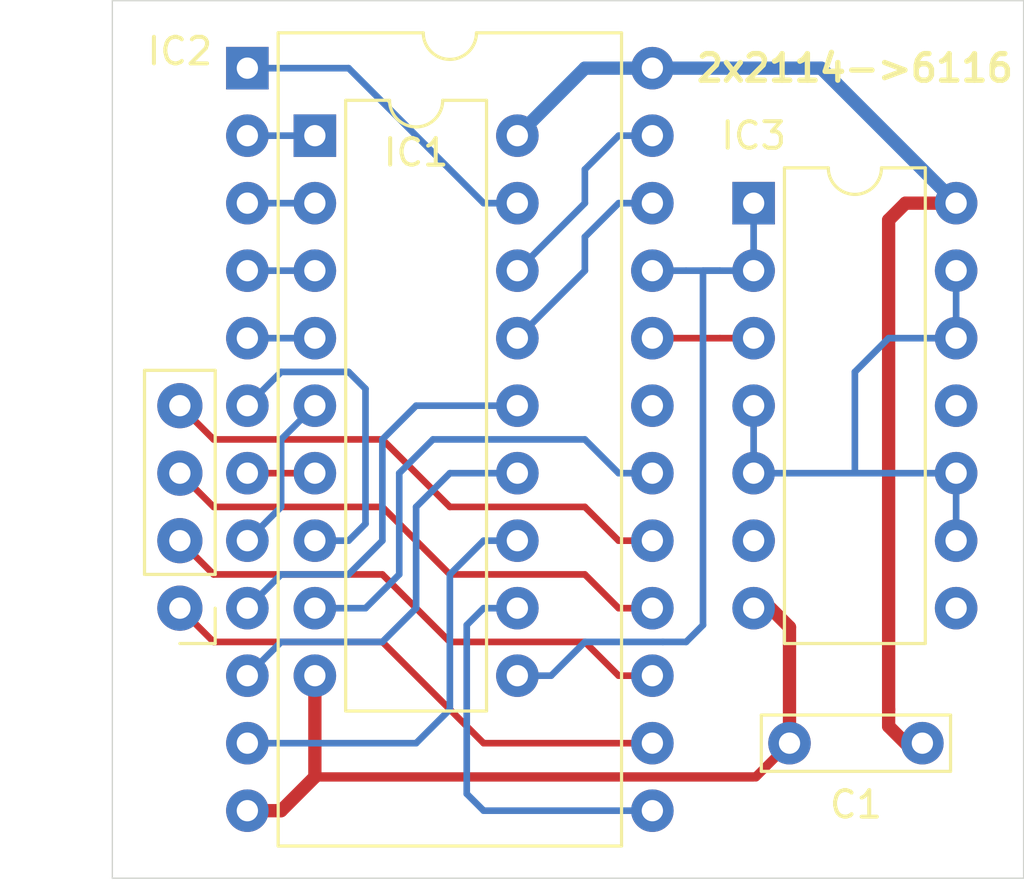
<source format=kicad_pcb>
(kicad_pcb (version 20171130) (host pcbnew "(5.1.4)-1")

  (general
    (thickness 1.6)
    (drawings 5)
    (tracks 116)
    (zones 0)
    (modules 5)
    (nets 29)
  )

  (page A4)
  (layers
    (0 F.Cu signal)
    (31 B.Cu signal)
    (32 B.Adhes user)
    (33 F.Adhes user)
    (34 B.Paste user)
    (35 F.Paste user)
    (36 B.SilkS user)
    (37 F.SilkS user)
    (38 B.Mask user)
    (39 F.Mask user)
    (40 Dwgs.User user)
    (41 Cmts.User user)
    (42 Eco1.User user)
    (43 Eco2.User user)
    (44 Edge.Cuts user)
    (45 Margin user)
    (46 B.CrtYd user)
    (47 F.CrtYd user)
    (48 B.Fab user)
    (49 F.Fab user)
  )

  (setup
    (last_trace_width 0.25)
    (trace_clearance 0.2)
    (zone_clearance 0.508)
    (zone_45_only no)
    (trace_min 0.2)
    (via_size 0.8)
    (via_drill 0.4)
    (via_min_size 0.4)
    (via_min_drill 0.3)
    (uvia_size 0.3)
    (uvia_drill 0.1)
    (uvias_allowed no)
    (uvia_min_size 0.2)
    (uvia_min_drill 0.1)
    (edge_width 0.05)
    (segment_width 0.2)
    (pcb_text_width 0.3)
    (pcb_text_size 1.5 1.5)
    (mod_edge_width 0.12)
    (mod_text_size 1 1)
    (mod_text_width 0.15)
    (pad_size 1.7 1.7)
    (pad_drill 0.8)
    (pad_to_mask_clearance 0.051)
    (solder_mask_min_width 0.25)
    (aux_axis_origin 0 0)
    (visible_elements 7FFFFFFF)
    (pcbplotparams
      (layerselection 0x010fc_ffffffff)
      (usegerberextensions false)
      (usegerberattributes false)
      (usegerberadvancedattributes false)
      (creategerberjobfile false)
      (excludeedgelayer true)
      (linewidth 0.100000)
      (plotframeref false)
      (viasonmask false)
      (mode 1)
      (useauxorigin false)
      (hpglpennumber 1)
      (hpglpenspeed 20)
      (hpglpendiameter 15.000000)
      (psnegative false)
      (psa4output false)
      (plotreference true)
      (plotvalue true)
      (plotinvisibletext false)
      (padsonsilk false)
      (subtractmaskfromsilk false)
      (outputformat 1)
      (mirror false)
      (drillshape 0)
      (scaleselection 1)
      (outputdirectory "C:/Users/Laurent/Documents/kicad/junior-computer/ram-adapter/out/"))
  )

  (net 0 "")
  (net 1 GND)
  (net 2 VCC)
  (net 3 "Net-(IC1-Pad17)")
  (net 4 "Net-(IC1-Pad8)")
  (net 5 "Net-(IC1-Pad16)")
  (net 6 "Net-(IC1-Pad7)")
  (net 7 "Net-(IC1-Pad15)")
  (net 8 "Net-(IC1-Pad6)")
  (net 9 "Net-(IC1-Pad14)")
  (net 10 "Net-(IC1-Pad5)")
  (net 11 "Net-(IC1-Pad13)")
  (net 12 "Net-(IC1-Pad4)")
  (net 13 "Net-(IC1-Pad12)")
  (net 14 "Net-(IC1-Pad3)")
  (net 15 "Net-(IC1-Pad11)")
  (net 16 "Net-(IC1-Pad2)")
  (net 17 "Net-(IC1-Pad10)")
  (net 18 "Net-(IC1-Pad1)")
  (net 19 "Net-(IC2-Pad20)")
  (net 20 "Net-(IC2-Pad19)")
  (net 21 "Net-(IC2-Pad17)")
  (net 22 "Net-(IC2-Pad16)")
  (net 23 "Net-(IC2-Pad15)")
  (net 24 "Net-(IC2-Pad14)")
  (net 25 "Net-(U1-Pad10)")
  (net 26 "Net-(U1-Pad6)")
  (net 27 "Net-(U1-Pad11)")
  (net 28 "Net-(U1-Pad8)")

  (net_class Default "Ceci est la Netclass par défaut."
    (clearance 0.2)
    (trace_width 0.25)
    (via_dia 0.8)
    (via_drill 0.4)
    (uvia_dia 0.3)
    (uvia_drill 0.1)
    (add_net GND)
    (add_net "Net-(IC1-Pad1)")
    (add_net "Net-(IC1-Pad10)")
    (add_net "Net-(IC1-Pad11)")
    (add_net "Net-(IC1-Pad12)")
    (add_net "Net-(IC1-Pad13)")
    (add_net "Net-(IC1-Pad14)")
    (add_net "Net-(IC1-Pad15)")
    (add_net "Net-(IC1-Pad16)")
    (add_net "Net-(IC1-Pad17)")
    (add_net "Net-(IC1-Pad2)")
    (add_net "Net-(IC1-Pad3)")
    (add_net "Net-(IC1-Pad4)")
    (add_net "Net-(IC1-Pad5)")
    (add_net "Net-(IC1-Pad6)")
    (add_net "Net-(IC1-Pad7)")
    (add_net "Net-(IC1-Pad8)")
    (add_net "Net-(IC2-Pad14)")
    (add_net "Net-(IC2-Pad15)")
    (add_net "Net-(IC2-Pad16)")
    (add_net "Net-(IC2-Pad17)")
    (add_net "Net-(IC2-Pad19)")
    (add_net "Net-(IC2-Pad20)")
    (add_net "Net-(U1-Pad10)")
    (add_net "Net-(U1-Pad11)")
    (add_net "Net-(U1-Pad6)")
    (add_net "Net-(U1-Pad8)")
    (add_net VCC)
  )

  (module Housings_DIP:DIP-24_W15.24mm (layer F.Cu) (tedit 59C78D6C) (tstamp 5F842737)
    (at 99.06 54.61)
    (descr "24-lead though-hole mounted DIP package, row spacing 15.24 mm (600 mils)")
    (tags "THT DIP DIL PDIP 2.54mm 15.24mm 600mil")
    (path /5F96500F)
    (fp_text reference IC2 (at -2.54 -0.635) (layer F.SilkS)
      (effects (font (size 1 1) (thickness 0.15)))
    )
    (fp_text value 6116 (at 7.62 30.27) (layer F.Fab)
      (effects (font (size 1 1) (thickness 0.15)))
    )
    (fp_text user %R (at 7.62 13.97) (layer F.Fab)
      (effects (font (size 1 1) (thickness 0.15)))
    )
    (fp_line (start 16.3 -1.55) (end -1.05 -1.55) (layer F.CrtYd) (width 0.05))
    (fp_line (start 16.3 29.5) (end 16.3 -1.55) (layer F.CrtYd) (width 0.05))
    (fp_line (start -1.05 29.5) (end 16.3 29.5) (layer F.CrtYd) (width 0.05))
    (fp_line (start -1.05 -1.55) (end -1.05 29.5) (layer F.CrtYd) (width 0.05))
    (fp_line (start 14.08 -1.33) (end 8.62 -1.33) (layer F.SilkS) (width 0.12))
    (fp_line (start 14.08 29.27) (end 14.08 -1.33) (layer F.SilkS) (width 0.12))
    (fp_line (start 1.16 29.27) (end 14.08 29.27) (layer F.SilkS) (width 0.12))
    (fp_line (start 1.16 -1.33) (end 1.16 29.27) (layer F.SilkS) (width 0.12))
    (fp_line (start 6.62 -1.33) (end 1.16 -1.33) (layer F.SilkS) (width 0.12))
    (fp_line (start 0.255 -0.27) (end 1.255 -1.27) (layer F.Fab) (width 0.1))
    (fp_line (start 0.255 29.21) (end 0.255 -0.27) (layer F.Fab) (width 0.1))
    (fp_line (start 14.985 29.21) (end 0.255 29.21) (layer F.Fab) (width 0.1))
    (fp_line (start 14.985 -1.27) (end 14.985 29.21) (layer F.Fab) (width 0.1))
    (fp_line (start 1.255 -1.27) (end 14.985 -1.27) (layer F.Fab) (width 0.1))
    (fp_arc (start 7.62 -1.33) (end 6.62 -1.33) (angle -180) (layer F.SilkS) (width 0.12))
    (pad 24 thru_hole oval (at 15.24 0) (size 1.6 1.6) (drill 0.8) (layers *.Cu *.Mask)
      (net 2 VCC))
    (pad 12 thru_hole oval (at 0 27.94) (size 1.6 1.6) (drill 0.8) (layers *.Cu *.Mask)
      (net 1 GND))
    (pad 23 thru_hole oval (at 15.24 2.54) (size 1.6 1.6) (drill 0.8) (layers *.Cu *.Mask)
      (net 5 "Net-(IC1-Pad16)"))
    (pad 11 thru_hole oval (at 0 25.4) (size 1.6 1.6) (drill 0.8) (layers *.Cu *.Mask)
      (net 13 "Net-(IC1-Pad12)"))
    (pad 22 thru_hole oval (at 15.24 5.08) (size 1.6 1.6) (drill 0.8) (layers *.Cu *.Mask)
      (net 7 "Net-(IC1-Pad15)"))
    (pad 10 thru_hole oval (at 0 22.86) (size 1.6 1.6) (drill 0.8) (layers *.Cu *.Mask)
      (net 11 "Net-(IC1-Pad13)"))
    (pad 21 thru_hole oval (at 15.24 7.62) (size 1.6 1.6) (drill 0.8) (layers *.Cu *.Mask)
      (net 17 "Net-(IC1-Pad10)"))
    (pad 9 thru_hole oval (at 0 20.32) (size 1.6 1.6) (drill 0.8) (layers *.Cu *.Mask)
      (net 9 "Net-(IC1-Pad14)"))
    (pad 20 thru_hole oval (at 15.24 10.16) (size 1.6 1.6) (drill 0.8) (layers *.Cu *.Mask)
      (net 19 "Net-(IC2-Pad20)"))
    (pad 8 thru_hole oval (at 0 17.78) (size 1.6 1.6) (drill 0.8) (layers *.Cu *.Mask)
      (net 10 "Net-(IC1-Pad5)"))
    (pad 19 thru_hole oval (at 15.24 12.7) (size 1.6 1.6) (drill 0.8) (layers *.Cu *.Mask)
      (net 20 "Net-(IC2-Pad19)"))
    (pad 7 thru_hole oval (at 0 15.24) (size 1.6 1.6) (drill 0.8) (layers *.Cu *.Mask)
      (net 8 "Net-(IC1-Pad6)"))
    (pad 18 thru_hole oval (at 15.24 15.24) (size 1.6 1.6) (drill 0.8) (layers *.Cu *.Mask)
      (net 4 "Net-(IC1-Pad8)"))
    (pad 6 thru_hole oval (at 0 12.7) (size 1.6 1.6) (drill 0.8) (layers *.Cu *.Mask)
      (net 6 "Net-(IC1-Pad7)"))
    (pad 17 thru_hole oval (at 15.24 17.78) (size 1.6 1.6) (drill 0.8) (layers *.Cu *.Mask)
      (net 21 "Net-(IC2-Pad17)"))
    (pad 5 thru_hole oval (at 0 10.16) (size 1.6 1.6) (drill 0.8) (layers *.Cu *.Mask)
      (net 12 "Net-(IC1-Pad4)"))
    (pad 16 thru_hole oval (at 15.24 20.32) (size 1.6 1.6) (drill 0.8) (layers *.Cu *.Mask)
      (net 22 "Net-(IC2-Pad16)"))
    (pad 4 thru_hole oval (at 0 7.62) (size 1.6 1.6) (drill 0.8) (layers *.Cu *.Mask)
      (net 14 "Net-(IC1-Pad3)"))
    (pad 15 thru_hole oval (at 15.24 22.86) (size 1.6 1.6) (drill 0.8) (layers *.Cu *.Mask)
      (net 23 "Net-(IC2-Pad15)"))
    (pad 3 thru_hole oval (at 0 5.08) (size 1.6 1.6) (drill 0.8) (layers *.Cu *.Mask)
      (net 16 "Net-(IC1-Pad2)"))
    (pad 14 thru_hole oval (at 15.24 25.4) (size 1.6 1.6) (drill 0.8) (layers *.Cu *.Mask)
      (net 24 "Net-(IC2-Pad14)"))
    (pad 2 thru_hole oval (at 0 2.54) (size 1.6 1.6) (drill 0.8) (layers *.Cu *.Mask)
      (net 18 "Net-(IC1-Pad1)"))
    (pad 13 thru_hole oval (at 15.24 27.94) (size 1.6 1.6) (drill 0.8) (layers *.Cu *.Mask)
      (net 15 "Net-(IC1-Pad11)"))
    (pad 1 thru_hole rect (at 0 0) (size 1.6 1.6) (drill 0.8) (layers *.Cu *.Mask)
      (net 3 "Net-(IC1-Pad17)"))
    (model ${KISYS3DMOD}/Housings_DIP.3dshapes/DIP-24_W15.24mm.wrl
      (at (xyz 0 0 0))
      (scale (xyz 1 1 1))
      (rotate (xyz 0 0 0))
    )
  )

  (module Capacitors_THT:C_Rect_L7.0mm_W2.0mm_P5.00mm (layer F.Cu) (tedit 597BC7C2) (tstamp 5F8423E5)
    (at 124.46 80.01 180)
    (descr "C, Rect series, Radial, pin pitch=5.00mm, , length*width=7*2mm^2, Capacitor")
    (tags "C Rect series Radial pin pitch 5.00mm  length 7mm width 2mm Capacitor")
    (path /5F98A069)
    (fp_text reference C1 (at 2.5 -2.31) (layer F.SilkS)
      (effects (font (size 1 1) (thickness 0.15)))
    )
    (fp_text value 100nf (at 2.5 2.31) (layer F.Fab)
      (effects (font (size 1 1) (thickness 0.15)))
    )
    (fp_text user %R (at 2.5 0) (layer F.Fab)
      (effects (font (size 1 1) (thickness 0.15)))
    )
    (fp_line (start 6.35 -1.35) (end -1.35 -1.35) (layer F.CrtYd) (width 0.05))
    (fp_line (start 6.35 1.35) (end 6.35 -1.35) (layer F.CrtYd) (width 0.05))
    (fp_line (start -1.35 1.35) (end 6.35 1.35) (layer F.CrtYd) (width 0.05))
    (fp_line (start -1.35 -1.35) (end -1.35 1.35) (layer F.CrtYd) (width 0.05))
    (fp_line (start 6.06 -1.06) (end 6.06 1.06) (layer F.SilkS) (width 0.12))
    (fp_line (start -1.06 -1.06) (end -1.06 1.06) (layer F.SilkS) (width 0.12))
    (fp_line (start -1.06 1.06) (end 6.06 1.06) (layer F.SilkS) (width 0.12))
    (fp_line (start -1.06 -1.06) (end 6.06 -1.06) (layer F.SilkS) (width 0.12))
    (fp_line (start 6 -1) (end -1 -1) (layer F.Fab) (width 0.1))
    (fp_line (start 6 1) (end 6 -1) (layer F.Fab) (width 0.1))
    (fp_line (start -1 1) (end 6 1) (layer F.Fab) (width 0.1))
    (fp_line (start -1 -1) (end -1 1) (layer F.Fab) (width 0.1))
    (pad 2 thru_hole circle (at 5 0 180) (size 1.6 1.6) (drill 0.8) (layers *.Cu *.Mask)
      (net 1 GND))
    (pad 1 thru_hole circle (at 0 0 180) (size 1.6 1.6) (drill 0.8) (layers *.Cu *.Mask)
      (net 2 VCC))
    (model ${KISYS3DMOD}/Capacitors_THT.3dshapes/C_Rect_L7.0mm_W2.0mm_P5.00mm.wrl
      (at (xyz 0 0 0))
      (scale (xyz 1 1 1))
      (rotate (xyz 0 0 0))
    )
  )

  (module Pin_Headers:Pin_Header_Straight_1x04_Pitch2.54mm (layer F.Cu) (tedit 5F82EA61) (tstamp 5F84244F)
    (at 96.52 74.93 180)
    (descr "Through hole straight pin header, 1x04, 2.54mm pitch, single row")
    (tags "Through hole pin header THT 1x04 2.54mm single row")
    (path /5F975DE1)
    (fp_text reference J1 (at 0 -2.33) (layer F.SilkS) hide
      (effects (font (size 1 1) (thickness 0.15)))
    )
    (fp_text value Conn_01x04_Male (at 0 9.95) (layer F.Fab)
      (effects (font (size 1 1) (thickness 0.15)))
    )
    (fp_text user %R (at 0 3.81 90) (layer F.Fab)
      (effects (font (size 1 1) (thickness 0.15)))
    )
    (fp_line (start 1.8 -1.8) (end -1.8 -1.8) (layer F.CrtYd) (width 0.05))
    (fp_line (start 1.8 9.4) (end 1.8 -1.8) (layer F.CrtYd) (width 0.05))
    (fp_line (start -1.8 9.4) (end 1.8 9.4) (layer F.CrtYd) (width 0.05))
    (fp_line (start -1.8 -1.8) (end -1.8 9.4) (layer F.CrtYd) (width 0.05))
    (fp_line (start -1.33 -1.33) (end 0 -1.33) (layer F.SilkS) (width 0.12))
    (fp_line (start -1.33 0) (end -1.33 -1.33) (layer F.SilkS) (width 0.12))
    (fp_line (start -1.33 1.27) (end 1.33 1.27) (layer F.SilkS) (width 0.12))
    (fp_line (start 1.33 1.27) (end 1.33 8.95) (layer F.SilkS) (width 0.12))
    (fp_line (start -1.33 1.27) (end -1.33 8.95) (layer F.SilkS) (width 0.12))
    (fp_line (start -1.33 8.95) (end 1.33 8.95) (layer F.SilkS) (width 0.12))
    (fp_line (start -1.27 -0.635) (end -0.635 -1.27) (layer F.Fab) (width 0.1))
    (fp_line (start -1.27 8.89) (end -1.27 -0.635) (layer F.Fab) (width 0.1))
    (fp_line (start 1.27 8.89) (end -1.27 8.89) (layer F.Fab) (width 0.1))
    (fp_line (start 1.27 -1.27) (end 1.27 8.89) (layer F.Fab) (width 0.1))
    (fp_line (start -0.635 -1.27) (end 1.27 -1.27) (layer F.Fab) (width 0.1))
    (pad 4 thru_hole oval (at 0 7.62 180) (size 1.7 1.7) (drill 0.8) (layers *.Cu *.Mask)
      (net 21 "Net-(IC2-Pad17)"))
    (pad 3 thru_hole oval (at 0 5.08 180) (size 1.7 1.7) (drill 0.8) (layers *.Cu *.Mask)
      (net 22 "Net-(IC2-Pad16)"))
    (pad 2 thru_hole oval (at 0 2.54 180) (size 1.7 1.7) (drill 0.8) (layers *.Cu *.Mask)
      (net 23 "Net-(IC2-Pad15)"))
    (pad 1 thru_hole circle (at 0 0 180) (size 1.7 1.7) (drill 0.8) (layers *.Cu *.Mask)
      (net 24 "Net-(IC2-Pad14)"))
    (model ${KISYS3DMOD}/Pin_Headers.3dshapes/Pin_Header_Straight_1x04_Pitch2.54mm.wrl
      (at (xyz 0 0 0))
      (scale (xyz 1 1 1))
      (rotate (xyz 0 0 0))
    )
  )

  (module Housings_DIP:DIP-18_W7.62mm (layer F.Cu) (tedit 59C78D6B) (tstamp 5F842712)
    (at 101.6 57.15)
    (descr "18-lead though-hole mounted DIP package, row spacing 7.62 mm (300 mils)")
    (tags "THT DIP DIL PDIP 2.54mm 7.62mm 300mil")
    (path /5F961FCD)
    (fp_text reference IC1 (at 3.81 0.635) (layer F.SilkS)
      (effects (font (size 1 1) (thickness 0.15)))
    )
    (fp_text value 2114 (at 3.81 22.65) (layer F.Fab)
      (effects (font (size 1 1) (thickness 0.15)))
    )
    (fp_text user %R (at 3.81 10.16) (layer F.Fab)
      (effects (font (size 1 1) (thickness 0.15)))
    )
    (fp_line (start 8.7 -1.55) (end -1.1 -1.55) (layer F.CrtYd) (width 0.05))
    (fp_line (start 8.7 21.85) (end 8.7 -1.55) (layer F.CrtYd) (width 0.05))
    (fp_line (start -1.1 21.85) (end 8.7 21.85) (layer F.CrtYd) (width 0.05))
    (fp_line (start -1.1 -1.55) (end -1.1 21.85) (layer F.CrtYd) (width 0.05))
    (fp_line (start 6.46 -1.33) (end 4.81 -1.33) (layer F.SilkS) (width 0.12))
    (fp_line (start 6.46 21.65) (end 6.46 -1.33) (layer F.SilkS) (width 0.12))
    (fp_line (start 1.16 21.65) (end 6.46 21.65) (layer F.SilkS) (width 0.12))
    (fp_line (start 1.16 -1.33) (end 1.16 21.65) (layer F.SilkS) (width 0.12))
    (fp_line (start 2.81 -1.33) (end 1.16 -1.33) (layer F.SilkS) (width 0.12))
    (fp_line (start 0.635 -0.27) (end 1.635 -1.27) (layer F.Fab) (width 0.1))
    (fp_line (start 0.635 21.59) (end 0.635 -0.27) (layer F.Fab) (width 0.1))
    (fp_line (start 6.985 21.59) (end 0.635 21.59) (layer F.Fab) (width 0.1))
    (fp_line (start 6.985 -1.27) (end 6.985 21.59) (layer F.Fab) (width 0.1))
    (fp_line (start 1.635 -1.27) (end 6.985 -1.27) (layer F.Fab) (width 0.1))
    (fp_arc (start 3.81 -1.33) (end 2.81 -1.33) (angle -180) (layer F.SilkS) (width 0.12))
    (pad 18 thru_hole oval (at 7.62 0) (size 1.6 1.6) (drill 0.8) (layers *.Cu *.Mask)
      (net 2 VCC))
    (pad 9 thru_hole oval (at 0 20.32) (size 1.6 1.6) (drill 0.8) (layers *.Cu *.Mask)
      (net 1 GND))
    (pad 17 thru_hole oval (at 7.62 2.54) (size 1.6 1.6) (drill 0.8) (layers *.Cu *.Mask)
      (net 3 "Net-(IC1-Pad17)"))
    (pad 8 thru_hole oval (at 0 17.78) (size 1.6 1.6) (drill 0.8) (layers *.Cu *.Mask)
      (net 4 "Net-(IC1-Pad8)"))
    (pad 16 thru_hole oval (at 7.62 5.08) (size 1.6 1.6) (drill 0.8) (layers *.Cu *.Mask)
      (net 5 "Net-(IC1-Pad16)"))
    (pad 7 thru_hole oval (at 0 15.24) (size 1.6 1.6) (drill 0.8) (layers *.Cu *.Mask)
      (net 6 "Net-(IC1-Pad7)"))
    (pad 15 thru_hole oval (at 7.62 7.62) (size 1.6 1.6) (drill 0.8) (layers *.Cu *.Mask)
      (net 7 "Net-(IC1-Pad15)"))
    (pad 6 thru_hole oval (at 0 12.7) (size 1.6 1.6) (drill 0.8) (layers *.Cu *.Mask)
      (net 8 "Net-(IC1-Pad6)"))
    (pad 14 thru_hole oval (at 7.62 10.16) (size 1.6 1.6) (drill 0.8) (layers *.Cu *.Mask)
      (net 9 "Net-(IC1-Pad14)"))
    (pad 5 thru_hole oval (at 0 10.16) (size 1.6 1.6) (drill 0.8) (layers *.Cu *.Mask)
      (net 10 "Net-(IC1-Pad5)"))
    (pad 13 thru_hole oval (at 7.62 12.7) (size 1.6 1.6) (drill 0.8) (layers *.Cu *.Mask)
      (net 11 "Net-(IC1-Pad13)"))
    (pad 4 thru_hole oval (at 0 7.62) (size 1.6 1.6) (drill 0.8) (layers *.Cu *.Mask)
      (net 12 "Net-(IC1-Pad4)"))
    (pad 12 thru_hole oval (at 7.62 15.24) (size 1.6 1.6) (drill 0.8) (layers *.Cu *.Mask)
      (net 13 "Net-(IC1-Pad12)"))
    (pad 3 thru_hole oval (at 0 5.08) (size 1.6 1.6) (drill 0.8) (layers *.Cu *.Mask)
      (net 14 "Net-(IC1-Pad3)"))
    (pad 11 thru_hole oval (at 7.62 17.78) (size 1.6 1.6) (drill 0.8) (layers *.Cu *.Mask)
      (net 15 "Net-(IC1-Pad11)"))
    (pad 2 thru_hole oval (at 0 2.54) (size 1.6 1.6) (drill 0.8) (layers *.Cu *.Mask)
      (net 16 "Net-(IC1-Pad2)"))
    (pad 10 thru_hole oval (at 7.62 20.32) (size 1.6 1.6) (drill 0.8) (layers *.Cu *.Mask)
      (net 17 "Net-(IC1-Pad10)"))
    (pad 1 thru_hole rect (at 0 0) (size 1.6 1.6) (drill 0.8) (layers *.Cu *.Mask)
      (net 18 "Net-(IC1-Pad1)"))
    (model ${KISYS3DMOD}/Housings_DIP.3dshapes/DIP-18_W7.62mm.wrl
      (at (xyz 0 0 0))
      (scale (xyz 1 1 1))
      (rotate (xyz 0 0 0))
    )
  )

  (module Housings_DIP:DIP-14_W7.62mm (layer F.Cu) (tedit 59C78D6B) (tstamp 5F842762)
    (at 118.11 59.69)
    (descr "14-lead though-hole mounted DIP package, row spacing 7.62 mm (300 mils)")
    (tags "THT DIP DIL PDIP 2.54mm 7.62mm 300mil")
    (path /5F96FFEA)
    (fp_text reference IC3 (at 0 -2.54) (layer F.SilkS)
      (effects (font (size 1 1) (thickness 0.15)))
    )
    (fp_text value 74LS00 (at 3.81 17.57) (layer F.Fab)
      (effects (font (size 1 1) (thickness 0.15)))
    )
    (fp_text user %R (at 3.81 7.62) (layer F.Fab)
      (effects (font (size 1 1) (thickness 0.15)))
    )
    (fp_line (start 8.7 -1.55) (end -1.1 -1.55) (layer F.CrtYd) (width 0.05))
    (fp_line (start 8.7 16.8) (end 8.7 -1.55) (layer F.CrtYd) (width 0.05))
    (fp_line (start -1.1 16.8) (end 8.7 16.8) (layer F.CrtYd) (width 0.05))
    (fp_line (start -1.1 -1.55) (end -1.1 16.8) (layer F.CrtYd) (width 0.05))
    (fp_line (start 6.46 -1.33) (end 4.81 -1.33) (layer F.SilkS) (width 0.12))
    (fp_line (start 6.46 16.57) (end 6.46 -1.33) (layer F.SilkS) (width 0.12))
    (fp_line (start 1.16 16.57) (end 6.46 16.57) (layer F.SilkS) (width 0.12))
    (fp_line (start 1.16 -1.33) (end 1.16 16.57) (layer F.SilkS) (width 0.12))
    (fp_line (start 2.81 -1.33) (end 1.16 -1.33) (layer F.SilkS) (width 0.12))
    (fp_line (start 0.635 -0.27) (end 1.635 -1.27) (layer F.Fab) (width 0.1))
    (fp_line (start 0.635 16.51) (end 0.635 -0.27) (layer F.Fab) (width 0.1))
    (fp_line (start 6.985 16.51) (end 0.635 16.51) (layer F.Fab) (width 0.1))
    (fp_line (start 6.985 -1.27) (end 6.985 16.51) (layer F.Fab) (width 0.1))
    (fp_line (start 1.635 -1.27) (end 6.985 -1.27) (layer F.Fab) (width 0.1))
    (fp_arc (start 3.81 -1.33) (end 2.81 -1.33) (angle -180) (layer F.SilkS) (width 0.12))
    (pad 14 thru_hole oval (at 7.62 0) (size 1.6 1.6) (drill 0.8) (layers *.Cu *.Mask)
      (net 2 VCC))
    (pad 7 thru_hole oval (at 0 15.24) (size 1.6 1.6) (drill 0.8) (layers *.Cu *.Mask)
      (net 1 GND))
    (pad 13 thru_hole oval (at 7.62 2.54) (size 1.6 1.6) (drill 0.8) (layers *.Cu *.Mask)
      (net 25 "Net-(U1-Pad10)"))
    (pad 6 thru_hole oval (at 0 12.7) (size 1.6 1.6) (drill 0.8) (layers *.Cu *.Mask)
      (net 26 "Net-(U1-Pad6)"))
    (pad 12 thru_hole oval (at 7.62 5.08) (size 1.6 1.6) (drill 0.8) (layers *.Cu *.Mask)
      (net 25 "Net-(U1-Pad10)"))
    (pad 5 thru_hole oval (at 0 10.16) (size 1.6 1.6) (drill 0.8) (layers *.Cu *.Mask)
      (net 25 "Net-(U1-Pad10)"))
    (pad 11 thru_hole oval (at 7.62 7.62) (size 1.6 1.6) (drill 0.8) (layers *.Cu *.Mask)
      (net 27 "Net-(U1-Pad11)"))
    (pad 4 thru_hole oval (at 0 7.62) (size 1.6 1.6) (drill 0.8) (layers *.Cu *.Mask)
      (net 25 "Net-(U1-Pad10)"))
    (pad 10 thru_hole oval (at 7.62 10.16) (size 1.6 1.6) (drill 0.8) (layers *.Cu *.Mask)
      (net 25 "Net-(U1-Pad10)"))
    (pad 3 thru_hole oval (at 0 5.08) (size 1.6 1.6) (drill 0.8) (layers *.Cu *.Mask)
      (net 19 "Net-(IC2-Pad20)"))
    (pad 9 thru_hole oval (at 7.62 12.7) (size 1.6 1.6) (drill 0.8) (layers *.Cu *.Mask)
      (net 25 "Net-(U1-Pad10)"))
    (pad 2 thru_hole oval (at 0 2.54) (size 1.6 1.6) (drill 0.8) (layers *.Cu *.Mask)
      (net 17 "Net-(IC1-Pad10)"))
    (pad 8 thru_hole oval (at 7.62 15.24) (size 1.6 1.6) (drill 0.8) (layers *.Cu *.Mask)
      (net 28 "Net-(U1-Pad8)"))
    (pad 1 thru_hole rect (at 0 0) (size 1.6 1.6) (drill 0.8) (layers *.Cu *.Mask)
      (net 17 "Net-(IC1-Pad10)"))
    (model ${KISYS3DMOD}/Housings_DIP.3dshapes/DIP-14_W7.62mm.wrl
      (at (xyz 0 0 0))
      (scale (xyz 1 1 1))
      (rotate (xyz 0 0 0))
    )
  )

  (gr_text 2x2114->6116 (at 121.92 54.61) (layer F.SilkS)
    (effects (font (size 1 1) (thickness 0.2)))
  )
  (gr_line (start 128.27 52.07) (end 128.27 85.09) (layer Edge.Cuts) (width 0.05) (tstamp 5F842B78))
  (gr_line (start 93.98 52.07) (end 128.27 52.07) (layer Edge.Cuts) (width 0.05))
  (gr_line (start 93.98 85.09) (end 93.98 52.07) (layer Edge.Cuts) (width 0.05))
  (gr_line (start 128.27 85.09) (end 93.98 85.09) (layer Edge.Cuts) (width 0.05))

  (segment (start 101.6 81.28) (end 101.6 77.47) (width 0.5) (layer F.Cu) (net 1))
  (segment (start 99.06 82.55) (end 100.33 82.55) (width 0.5) (layer F.Cu) (net 1))
  (segment (start 100.33 82.55) (end 101.6 81.28) (width 0.5) (layer F.Cu) (net 1))
  (segment (start 118.11 81.28) (end 101.6 81.28) (width 0.35) (layer F.Cu) (net 1))
  (segment (start 118.19 81.28) (end 119.46 80.01) (width 0.35) (layer F.Cu) (net 1))
  (segment (start 118.11 81.28) (end 118.19 81.28) (width 0.25) (layer F.Cu) (net 1))
  (segment (start 119.46 80.01) (end 119.46 75.645) (width 0.5) (layer F.Cu) (net 1))
  (segment (start 119.46 75.645) (end 118.745 74.93) (width 0.5) (layer F.Cu) (net 1))
  (segment (start 118.745 74.93) (end 118.11 74.93) (width 0.25) (layer F.Cu) (net 1))
  (segment (start 114.3 54.61) (end 111.76 54.61) (width 0.5) (layer B.Cu) (net 2))
  (segment (start 111.76 54.61) (end 109.22 57.15) (width 0.5) (layer B.Cu) (net 2))
  (segment (start 120.65 54.61) (end 125.73 59.69) (width 0.5) (layer B.Cu) (net 2))
  (segment (start 114.3 54.61) (end 119.38 54.61) (width 0.5) (layer B.Cu) (net 2))
  (segment (start 123.19 60.325) (end 123.19 78.74) (width 0.5) (layer F.Cu) (net 2))
  (segment (start 125.73 59.69) (end 123.825 59.69) (width 0.5) (layer F.Cu) (net 2))
  (segment (start 123.825 59.69) (end 123.19 60.325) (width 0.5) (layer F.Cu) (net 2))
  (segment (start 123.19 78.74) (end 123.19 79.375) (width 0.5) (layer F.Cu) (net 2))
  (segment (start 123.19 79.375) (end 123.825 80.01) (width 0.5) (layer F.Cu) (net 2))
  (segment (start 119.38 54.61) (end 120.65 54.61) (width 0.5) (layer B.Cu) (net 2))
  (segment (start 99.06 54.61) (end 102.87 54.61) (width 0.25) (layer B.Cu) (net 3))
  (segment (start 102.87 54.61) (end 107.95 59.69) (width 0.25) (layer B.Cu) (net 3))
  (segment (start 107.95 59.69) (end 109.22 59.69) (width 0.25) (layer B.Cu) (net 3))
  (segment (start 101.6 74.93) (end 103.505 74.93) (width 0.25) (layer B.Cu) (net 4))
  (segment (start 103.505 74.93) (end 104.775 73.66) (width 0.25) (layer B.Cu) (net 4))
  (segment (start 104.775 73.66) (end 104.775 69.85) (width 0.25) (layer B.Cu) (net 4))
  (segment (start 104.775 69.85) (end 106.045 68.58) (width 0.25) (layer B.Cu) (net 4))
  (segment (start 106.045 68.58) (end 111.76 68.58) (width 0.25) (layer B.Cu) (net 4))
  (segment (start 111.76 68.58) (end 113.03 69.85) (width 0.25) (layer B.Cu) (net 4))
  (segment (start 113.03 69.85) (end 114.3 69.85) (width 0.25) (layer B.Cu) (net 4))
  (segment (start 114.3 57.15) (end 113.03 57.15) (width 0.25) (layer B.Cu) (net 5))
  (segment (start 111.76 59.69) (end 111.76 58.42) (width 0.25) (layer B.Cu) (net 5))
  (segment (start 111.76 59.69) (end 109.22 62.23) (width 0.25) (layer B.Cu) (net 5))
  (segment (start 111.76 58.42) (end 113.03 57.15) (width 0.25) (layer B.Cu) (net 5))
  (segment (start 100.33 66.04) (end 99.06 67.31) (width 0.25) (layer B.Cu) (net 6))
  (segment (start 102.87 66.04) (end 100.33 66.04) (width 0.25) (layer B.Cu) (net 6))
  (segment (start 103.505 66.675) (end 102.87 66.04) (width 0.25) (layer B.Cu) (net 6))
  (segment (start 103.505 71.755) (end 103.505 66.675) (width 0.25) (layer B.Cu) (net 6))
  (segment (start 101.6 72.39) (end 102.87 72.39) (width 0.25) (layer B.Cu) (net 6))
  (segment (start 102.87 72.39) (end 103.505 71.755) (width 0.25) (layer B.Cu) (net 6))
  (segment (start 114.3 59.69) (end 113.03 59.69) (width 0.25) (layer B.Cu) (net 7))
  (segment (start 113.03 59.69) (end 111.76 60.96) (width 0.25) (layer B.Cu) (net 7))
  (segment (start 111.76 60.96) (end 111.76 62.23) (width 0.25) (layer B.Cu) (net 7))
  (segment (start 111.76 62.23) (end 109.22 64.77) (width 0.25) (layer B.Cu) (net 7))
  (segment (start 101.6 69.85) (end 99.06 69.85) (width 0.25) (layer F.Cu) (net 8))
  (segment (start 105.41 67.31) (end 109.22 67.31) (width 0.25) (layer B.Cu) (net 9))
  (segment (start 104.14 68.58) (end 105.41 67.31) (width 0.25) (layer B.Cu) (net 9))
  (segment (start 104.14 72.39) (end 104.14 68.58) (width 0.25) (layer B.Cu) (net 9))
  (segment (start 102.87 73.66) (end 104.14 72.39) (width 0.25) (layer B.Cu) (net 9))
  (segment (start 99.06 74.93) (end 100.33 73.66) (width 0.25) (layer B.Cu) (net 9))
  (segment (start 100.33 73.66) (end 102.87 73.66) (width 0.25) (layer B.Cu) (net 9))
  (segment (start 101.6 67.31) (end 100.33 68.58) (width 0.25) (layer B.Cu) (net 10))
  (segment (start 100.33 68.58) (end 100.33 71.12) (width 0.25) (layer B.Cu) (net 10))
  (segment (start 100.33 71.12) (end 99.06 72.39) (width 0.25) (layer B.Cu) (net 10))
  (segment (start 106.68 69.85) (end 109.22 69.85) (width 0.25) (layer B.Cu) (net 11))
  (segment (start 105.41 71.12) (end 106.68 69.85) (width 0.25) (layer B.Cu) (net 11))
  (segment (start 105.41 74.93) (end 105.41 71.12) (width 0.25) (layer B.Cu) (net 11))
  (segment (start 104.14 76.2) (end 105.41 74.93) (width 0.25) (layer B.Cu) (net 11))
  (segment (start 99.06 77.47) (end 100.33 76.2) (width 0.25) (layer B.Cu) (net 11))
  (segment (start 100.33 76.2) (end 104.14 76.2) (width 0.25) (layer B.Cu) (net 11))
  (segment (start 101.6 64.77) (end 99.06 64.77) (width 0.25) (layer B.Cu) (net 12))
  (segment (start 107.95 72.39) (end 109.22 72.39) (width 0.25) (layer B.Cu) (net 13))
  (segment (start 106.68 73.66) (end 107.95 72.39) (width 0.25) (layer B.Cu) (net 13))
  (segment (start 106.68 78.74) (end 106.68 73.66) (width 0.25) (layer B.Cu) (net 13))
  (segment (start 99.06 80.01) (end 105.41 80.01) (width 0.25) (layer B.Cu) (net 13))
  (segment (start 105.41 80.01) (end 106.68 78.74) (width 0.25) (layer B.Cu) (net 13))
  (segment (start 101.6 62.23) (end 99.06 62.23) (width 0.25) (layer B.Cu) (net 14))
  (segment (start 107.95 82.55) (end 114.3 82.55) (width 0.25) (layer B.Cu) (net 15))
  (segment (start 107.315 81.915) (end 107.95 82.55) (width 0.25) (layer B.Cu) (net 15))
  (segment (start 107.315 75.565) (end 107.315 81.915) (width 0.25) (layer B.Cu) (net 15))
  (segment (start 109.22 74.93) (end 107.95 74.93) (width 0.25) (layer B.Cu) (net 15))
  (segment (start 107.95 74.93) (end 107.315 75.565) (width 0.25) (layer B.Cu) (net 15))
  (segment (start 101.6 59.69) (end 99.06 59.69) (width 0.25) (layer B.Cu) (net 16))
  (segment (start 118.11 59.69) (end 118.11 62.23) (width 0.25) (layer B.Cu) (net 17))
  (segment (start 109.22 77.47) (end 110.49 77.47) (width 0.25) (layer B.Cu) (net 17))
  (segment (start 115.57 62.23) (end 114.3 62.23) (width 0.25) (layer B.Cu) (net 17))
  (segment (start 116.84 62.23) (end 115.57 62.23) (width 0.25) (layer B.Cu) (net 17))
  (segment (start 114.695002 76.2) (end 111.76 76.2) (width 0.25) (layer B.Cu) (net 17))
  (segment (start 111.76 76.2) (end 110.49 77.47) (width 0.25) (layer B.Cu) (net 17))
  (segment (start 114.695002 76.2) (end 115.57 76.2) (width 0.25) (layer B.Cu) (net 17))
  (segment (start 115.57 76.2) (end 116.205 75.565) (width 0.25) (layer B.Cu) (net 17))
  (segment (start 116.205 75.565) (end 116.205 62.23) (width 0.25) (layer B.Cu) (net 17))
  (segment (start 116.205 62.23) (end 116.84 62.23) (width 0.25) (layer B.Cu) (net 17))
  (segment (start 116.84 62.23) (end 118.11 62.23) (width 0.25) (layer B.Cu) (net 17))
  (segment (start 101.6 57.15) (end 99.06 57.15) (width 0.25) (layer B.Cu) (net 18))
  (segment (start 114.3 64.77) (end 116.84 64.77) (width 0.25) (layer F.Cu) (net 19))
  (segment (start 116.84 64.77) (end 118.11 64.77) (width 0.25) (layer F.Cu) (net 19))
  (segment (start 96.52 67.31) (end 97.79 68.58) (width 0.25) (layer F.Cu) (net 21))
  (segment (start 97.79 68.58) (end 104.14 68.58) (width 0.25) (layer F.Cu) (net 21))
  (segment (start 104.14 68.58) (end 106.68 71.12) (width 0.25) (layer F.Cu) (net 21))
  (segment (start 106.68 71.12) (end 111.76 71.12) (width 0.25) (layer F.Cu) (net 21))
  (segment (start 111.76 71.12) (end 113.03 72.39) (width 0.25) (layer F.Cu) (net 21))
  (segment (start 113.03 72.39) (end 114.3 72.39) (width 0.25) (layer F.Cu) (net 21))
  (segment (start 96.52 69.85) (end 97.79 71.12) (width 0.25) (layer F.Cu) (net 22))
  (segment (start 97.79 71.12) (end 104.14 71.12) (width 0.25) (layer F.Cu) (net 22))
  (segment (start 104.14 71.12) (end 106.68 73.66) (width 0.25) (layer F.Cu) (net 22))
  (segment (start 106.68 73.66) (end 111.76 73.66) (width 0.25) (layer F.Cu) (net 22))
  (segment (start 111.76 73.66) (end 113.03 74.93) (width 0.25) (layer F.Cu) (net 22))
  (segment (start 113.03 74.93) (end 114.3 74.93) (width 0.25) (layer F.Cu) (net 22))
  (segment (start 96.52 72.39) (end 97.79 73.66) (width 0.25) (layer F.Cu) (net 23))
  (segment (start 97.79 73.66) (end 104.14 73.66) (width 0.25) (layer F.Cu) (net 23))
  (segment (start 104.14 73.66) (end 106.68 76.2) (width 0.25) (layer F.Cu) (net 23))
  (segment (start 106.68 76.2) (end 111.76 76.2) (width 0.25) (layer F.Cu) (net 23))
  (segment (start 111.76 76.2) (end 113.03 77.47) (width 0.25) (layer F.Cu) (net 23))
  (segment (start 113.03 77.47) (end 114.3 77.47) (width 0.25) (layer F.Cu) (net 23))
  (segment (start 96.52 74.93) (end 97.79 76.2) (width 0.25) (layer F.Cu) (net 24))
  (segment (start 97.79 76.2) (end 104.14 76.2) (width 0.25) (layer F.Cu) (net 24))
  (segment (start 104.14 76.2) (end 107.95 80.01) (width 0.25) (layer F.Cu) (net 24))
  (segment (start 107.95 80.01) (end 114.3 80.01) (width 0.25) (layer F.Cu) (net 24))
  (segment (start 125.73 62.23) (end 125.73 64.77) (width 0.25) (layer B.Cu) (net 25))
  (segment (start 118.11 67.31) (end 118.11 69.85) (width 0.25) (layer B.Cu) (net 25))
  (segment (start 125.73 64.77) (end 123.19 64.77) (width 0.25) (layer B.Cu) (net 25))
  (segment (start 123.19 64.77) (end 121.92 66.04) (width 0.25) (layer B.Cu) (net 25))
  (segment (start 121.92 66.04) (end 121.92 69.85) (width 0.25) (layer B.Cu) (net 25))
  (segment (start 118.11 69.85) (end 121.92 69.85) (width 0.25) (layer B.Cu) (net 25))
  (segment (start 121.92 69.85) (end 125.73 69.85) (width 0.25) (layer B.Cu) (net 25))
  (segment (start 125.73 69.85) (end 125.73 72.39) (width 0.25) (layer B.Cu) (net 25))

)

</source>
